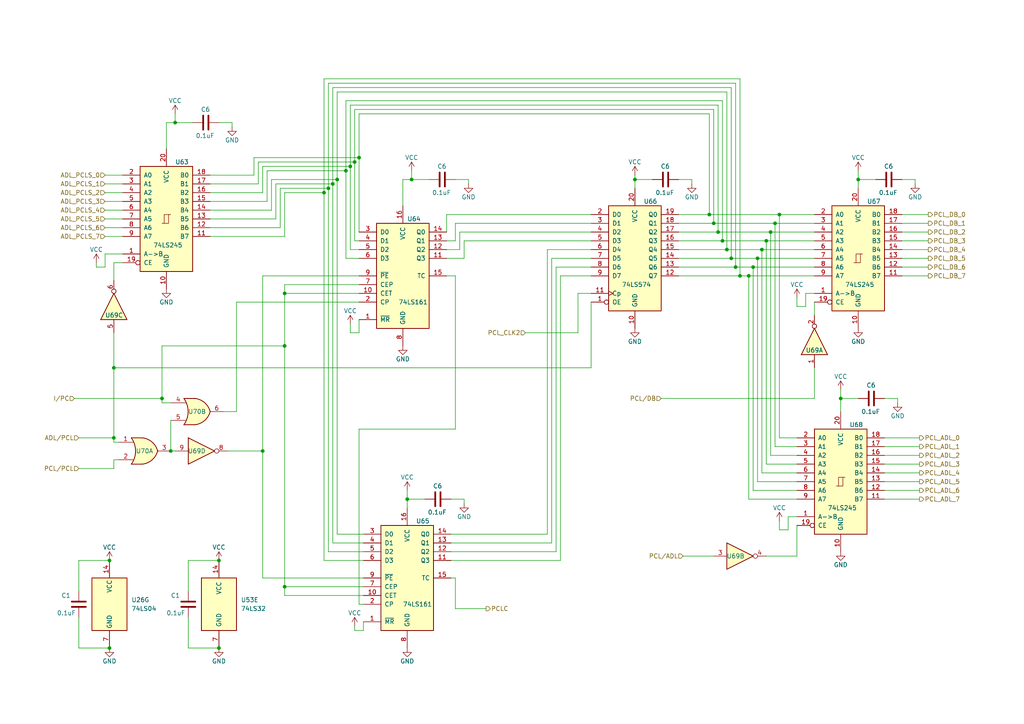
<source format=kicad_sch>
(kicad_sch (version 20230121) (generator eeschema)
  (paper "A4")
  (title_block (title "Program Counter Low (PCL & PCLS)") (date "2023-07-18") (rev "1"))
  (lib_symbols
    (symbol "74xx:74LS04"
      (property "Reference" "U" (at 0 1.27 0))
      (property "Value" "74LS04" (at 0 -1.27 0))
      (symbol "74LS04_1_0"
        (polyline (pts (xy -3.81 3.81) (xy -3.81 -3.81) (xy 3.81 0) (xy -3.81 3.81)) (stroke (width 0.254)) (fill (type background)))
        (pin input line (at -7.62 0 0) (length 3.81) (name "~") (number "1"))
        (pin output inverted (at 7.62 0 180) (length 3.81) (name "~") (number "2"))
      )
      (symbol "74LS04_2_0"
        (polyline (pts (xy -3.81 3.81) (xy -3.81 -3.81) (xy 3.81 0) (xy -3.81 3.81)) (stroke (width 0.254)) (fill (type background)))
        (pin input line (at -7.62 0 0) (length 3.81) (name "~") (number "3"))
        (pin output inverted (at 7.62 0 180) (length 3.81) (name "~") (number "4"))
      )
      (symbol "74LS04_3_0"
        (polyline (pts (xy -3.81 3.81) (xy -3.81 -3.81) (xy 3.81 0) (xy -3.81 3.81)) (stroke (width 0.254)) (fill (type background)))
        (pin input line (at -7.62 0 0) (length 3.81) (name "~") (number "5"))
        (pin output inverted (at 7.62 0 180) (length 3.81) (name "~") (number "6"))
      )
      (symbol "74LS04_4_0"
        (polyline (pts (xy -3.81 3.81) (xy -3.81 -3.81) (xy 3.81 0) (xy -3.81 3.81)) (stroke (width 0.254)) (fill (type background)))
        (pin output inverted (at 7.62 0 180) (length 3.81) (name "~") (number "8"))
        (pin input line (at -7.62 0 0) (length 3.81) (name "~") (number "9"))
      )
      (symbol "74LS04_5_0"
        (polyline (pts (xy -3.81 3.81) (xy -3.81 -3.81) (xy 3.81 0) (xy -3.81 3.81)) (stroke (width 0.254)) (fill (type background)))
        (pin output inverted (at 7.62 0 180) (length 3.81) (name "~") (number "10"))
        (pin input line (at -7.62 0 0) (length 3.81) (name "~") (number "11"))
      )
      (symbol "74LS04_6_0"
        (polyline (pts (xy -3.81 3.81) (xy -3.81 -3.81) (xy 3.81 0) (xy -3.81 3.81)) (stroke (width 0.254)) (fill (type background)))
        (pin output inverted (at 7.62 0 180) (length 3.81) (name "~") (number "12"))
        (pin input line (at -7.62 0 0) (length 3.81) (name "~") (number "13"))
      )
      (symbol "74LS04_7_0"
        (pin power_in line (at 0 12.7 270) (length 5.08) (name "VCC") (number "14"))
        (pin power_in line (at 0 -12.7 90) (length 5.08) (name "GND") (number "7"))
      )
      (symbol "74LS04_7_1"
        (rectangle (start -5.08 7.62) (end 5.08 -7.62) (stroke (width 0.254)) (fill (type background)))
      )
    )
    (symbol "74xx:74LS161" (pin_names (offset 1.016))
      (property "Reference" "U" (at -7.62 16.51 0))
      (property "Value" "74LS161" (at -7.62 -16.51 0))
      (symbol "74LS161_1_0"
        (pin input line (at -12.7 -12.7 0) (length 5.08) (name "~{MR}") (number "1"))
        (pin input line (at -12.7 -5.08 0) (length 5.08) (name "CET") (number "10"))
        (pin output line (at 12.7 5.08 180) (length 5.08) (name "Q3") (number "11"))
        (pin output line (at 12.7 7.62 180) (length 5.08) (name "Q2") (number "12"))
        (pin output line (at 12.7 10.16 180) (length 5.08) (name "Q1") (number "13"))
        (pin output line (at 12.7 12.7 180) (length 5.08) (name "Q0") (number "14"))
        (pin output line (at 12.7 0 180) (length 5.08) (name "TC") (number "15"))
        (pin power_in line (at 0 20.32 270) (length 5.08) (name "VCC") (number "16"))
        (pin input line (at -12.7 -7.62 0) (length 5.08) (name "CP") (number "2"))
        (pin input line (at -12.7 12.7 0) (length 5.08) (name "D0") (number "3"))
        (pin input line (at -12.7 10.16 0) (length 5.08) (name "D1") (number "4"))
        (pin input line (at -12.7 7.62 0) (length 5.08) (name "D2") (number "5"))
        (pin input line (at -12.7 5.08 0) (length 5.08) (name "D3") (number "6"))
        (pin input line (at -12.7 -2.54 0) (length 5.08) (name "CEP") (number "7"))
        (pin power_in line (at 0 -20.32 90) (length 5.08) (name "GND") (number "8"))
        (pin input line (at -12.7 0 0) (length 5.08) (name "~{PE}") (number "9"))
      )
      (symbol "74LS161_1_1"
        (rectangle (start -7.62 15.24) (end 7.62 -15.24) (stroke (width 0.254)) (fill (type background)))
      )
    )
    (symbol "74xx:74LS245" (pin_names (offset 1.016))
      (property "Reference" "U" (at -7.62 16.51 0))
      (property "Value" "74LS245" (at -7.62 -16.51 0))
      (symbol "74LS245_1_0"
        (polyline (pts (xy -0.635 -1.27) (xy -0.635 1.27) (xy 0.635 1.27)))
        (polyline (pts (xy -1.27 -1.27) (xy 0.635 -1.27) (xy 0.635 1.27) (xy 1.27 1.27)))
        (pin input line (at -12.7 -10.16 0) (length 5.08) (name "A->B") (number "1"))
        (pin power_in line (at 0 -20.32 90) (length 5.08) (name "GND") (number "10"))
        (pin tri_state line (at 12.7 -5.08 180) (length 5.08) (name "B7") (number "11"))
        (pin tri_state line (at 12.7 -2.54 180) (length 5.08) (name "B6") (number "12"))
        (pin tri_state line (at 12.7 0 180) (length 5.08) (name "B5") (number "13"))
        (pin tri_state line (at 12.7 2.54 180) (length 5.08) (name "B4") (number "14"))
        (pin tri_state line (at 12.7 5.08 180) (length 5.08) (name "B3") (number "15"))
        (pin tri_state line (at 12.7 7.62 180) (length 5.08) (name "B2") (number "16"))
        (pin tri_state line (at 12.7 10.16 180) (length 5.08) (name "B1") (number "17"))
        (pin tri_state line (at 12.7 12.7 180) (length 5.08) (name "B0") (number "18"))
        (pin input inverted (at -12.7 -12.7 0) (length 5.08) (name "CE") (number "19"))
        (pin tri_state line (at -12.7 12.7 0) (length 5.08) (name "A0") (number "2"))
        (pin power_in line (at 0 20.32 270) (length 5.08) (name "VCC") (number "20"))
        (pin tri_state line (at -12.7 10.16 0) (length 5.08) (name "A1") (number "3"))
        (pin tri_state line (at -12.7 7.62 0) (length 5.08) (name "A2") (number "4"))
        (pin tri_state line (at -12.7 5.08 0) (length 5.08) (name "A3") (number "5"))
        (pin tri_state line (at -12.7 2.54 0) (length 5.08) (name "A4") (number "6"))
        (pin tri_state line (at -12.7 0 0) (length 5.08) (name "A5") (number "7"))
        (pin tri_state line (at -12.7 -2.54 0) (length 5.08) (name "A6") (number "8"))
        (pin tri_state line (at -12.7 -5.08 0) (length 5.08) (name "A7") (number "9"))
      )
      (symbol "74LS245_1_1"
        (rectangle (start -7.62 15.24) (end 7.62 -15.24) (stroke (width 0.254)) (fill (type background)))
      )
    )
    (symbol "74xx:74LS32" (pin_names (offset 1.016))
      (property "Reference" "U" (at 0 1.27 0))
      (property "Value" "74LS32" (at 0 -1.27 0))
      (symbol "74LS32_1_1"
        (arc (start -3.81 -3.81) (mid -2.589 0) (end -3.81 3.81) (stroke (width 0.254)))
        (arc (start -0.6096 -3.81) (mid 2.1842 -2.5851) (end 3.81 0) (stroke (width 0.254)) (fill (type background)))
        (polyline (pts (xy -3.81 -3.81) (xy -0.635 -3.81)) (stroke (width 0.254)) (fill (type background)))
        (polyline (pts (xy -3.81 3.81) (xy -0.635 3.81)) (stroke (width 0.254)) (fill (type background)))
        (polyline (pts (xy -0.635 3.81) (xy -3.81 3.81) (xy -3.81 3.81) (xy -3.556 3.4036) (xy -3.0226 2.2606) (xy -2.6924 1.0414) (xy -2.6162 -0.254) (xy -2.7686 -1.4986) (xy -3.175 -2.7178) (xy -3.81 -3.81) (xy -3.81 -3.81) (xy -0.635 -3.81)) (stroke (width -25.4)) (fill (type background)))
        (arc (start 3.81 0) (mid 2.1915 2.5936) (end -0.6096 3.81) (stroke (width 0.254)) (fill (type background)))
        (pin input line (at -7.62 2.54 0) (length 4.318) (name "~") (number "1"))
        (pin input line (at -7.62 -2.54 0) (length 4.318) (name "~") (number "2"))
        (pin output line (at 7.62 0 180) (length 3.81) (name "~") (number "3"))
      )
      (symbol "74LS32_1_2"
        (arc (start 0 -3.81) (mid 3.7934 0) (end 0 3.81) (stroke (width 0.254)) (fill (type background)))
        (polyline (pts (xy 0 3.81) (xy -3.81 3.81) (xy -3.81 -3.81) (xy 0 -3.81)) (stroke (width 0.254)) (fill (type background)))
        (pin input inverted (at -7.62 2.54 0) (length 3.81) (name "~") (number "1"))
        (pin input inverted (at -7.62 -2.54 0) (length 3.81) (name "~") (number "2"))
        (pin output inverted (at 7.62 0 180) (length 3.81) (name "~") (number "3"))
      )
      (symbol "74LS32_2_1"
        (arc (start -3.81 -3.81) (mid -2.589 0) (end -3.81 3.81) (stroke (width 0.254)))
        (arc (start -0.6096 -3.81) (mid 2.1842 -2.5851) (end 3.81 0) (stroke (width 0.254)) (fill (type background)))
        (polyline (pts (xy -3.81 -3.81) (xy -0.635 -3.81)) (stroke (width 0.254)) (fill (type background)))
        (polyline (pts (xy -3.81 3.81) (xy -0.635 3.81)) (stroke (width 0.254)) (fill (type background)))
        (polyline (pts (xy -0.635 3.81) (xy -3.81 3.81) (xy -3.81 3.81) (xy -3.556 3.4036) (xy -3.0226 2.2606) (xy -2.6924 1.0414) (xy -2.6162 -0.254) (xy -2.7686 -1.4986) (xy -3.175 -2.7178) (xy -3.81 -3.81) (xy -3.81 -3.81) (xy -0.635 -3.81)) (stroke (width -25.4)) (fill (type background)))
        (arc (start 3.81 0) (mid 2.1915 2.5936) (end -0.6096 3.81) (stroke (width 0.254)) (fill (type background)))
        (pin input line (at -7.62 2.54 0) (length 4.318) (name "~") (number "4"))
        (pin input line (at -7.62 -2.54 0) (length 4.318) (name "~") (number "5"))
        (pin output line (at 7.62 0 180) (length 3.81) (name "~") (number "6"))
      )
      (symbol "74LS32_2_2"
        (arc (start 0 -3.81) (mid 3.7934 0) (end 0 3.81) (stroke (width 0.254)) (fill (type background)))
        (polyline (pts (xy 0 3.81) (xy -3.81 3.81) (xy -3.81 -3.81) (xy 0 -3.81)) (stroke (width 0.254)) (fill (type background)))
        (pin input inverted (at -7.62 2.54 0) (length 3.81) (name "~") (number "4"))
        (pin input inverted (at -7.62 -2.54 0) (length 3.81) (name "~") (number "5"))
        (pin output inverted (at 7.62 0 180) (length 3.81) (name "~") (number "6"))
      )
      (symbol "74LS32_3_1"
        (arc (start -3.81 -3.81) (mid -2.589 0) (end -3.81 3.81) (stroke (width 0.254)))
        (arc (start -0.6096 -3.81) (mid 2.1842 -2.5851) (end 3.81 0) (stroke (width 0.254)) (fill (type background)))
        (polyline (pts (xy -3.81 -3.81) (xy -0.635 -3.81)) (stroke (width 0.254)) (fill (type background)))
        (polyline (pts (xy -3.81 3.81) (xy -0.635 3.81)) (stroke (width 0.254)) (fill (type background)))
        (polyline (pts (xy -0.635 3.81) (xy -3.81 3.81) (xy -3.81 3.81) (xy -3.556 3.4036) (xy -3.0226 2.2606) (xy -2.6924 1.0414) (xy -2.6162 -0.254) (xy -2.7686 -1.4986) (xy -3.175 -2.7178) (xy -3.81 -3.81) (xy -3.81 -3.81) (xy -0.635 -3.81)) (stroke (width -25.4)) (fill (type background)))
        (arc (start 3.81 0) (mid 2.1915 2.5936) (end -0.6096 3.81) (stroke (width 0.254)) (fill (type background)))
        (pin input line (at -7.62 -2.54 0) (length 4.318) (name "~") (number "10"))
        (pin output line (at 7.62 0 180) (length 3.81) (name "~") (number "8"))
        (pin input line (at -7.62 2.54 0) (length 4.318) (name "~") (number "9"))
      )
      (symbol "74LS32_3_2"
        (arc (start 0 -3.81) (mid 3.7934 0) (end 0 3.81) (stroke (width 0.254)) (fill (type background)))
        (polyline (pts (xy 0 3.81) (xy -3.81 3.81) (xy -3.81 -3.81) (xy 0 -3.81)) (stroke (width 0.254)) (fill (type background)))
        (pin input inverted (at -7.62 -2.54 0) (length 3.81) (name "~") (number "10"))
        (pin output inverted (at 7.62 0 180) (length 3.81) (name "~") (number "8"))
        (pin input inverted (at -7.62 2.54 0) (length 3.81) (name "~") (number "9"))
      )
      (symbol "74LS32_4_1"
        (arc (start -3.81 -3.81) (mid -2.589 0) (end -3.81 3.81) (stroke (width 0.254)))
        (arc (start -0.6096 -3.81) (mid 2.1842 -2.5851) (end 3.81 0) (stroke (width 0.254)) (fill (type background)))
        (polyline (pts (xy -3.81 -3.81) (xy -0.635 -3.81)) (stroke (width 0.254)) (fill (type background)))
        (polyline (pts (xy -3.81 3.81) (xy -0.635 3.81)) (stroke (width 0.254)) (fill (type background)))
        (polyline (pts (xy -0.635 3.81) (xy -3.81 3.81) (xy -3.81 3.81) (xy -3.556 3.4036) (xy -3.0226 2.2606) (xy -2.6924 1.0414) (xy -2.6162 -0.254) (xy -2.7686 -1.4986) (xy -3.175 -2.7178) (xy -3.81 -3.81) (xy -3.81 -3.81) (xy -0.635 -3.81)) (stroke (width -25.4)) (fill (type background)))
        (arc (start 3.81 0) (mid 2.1915 2.5936) (end -0.6096 3.81) (stroke (width 0.254)) (fill (type background)))
        (pin output line (at 7.62 0 180) (length 3.81) (name "~") (number "11"))
        (pin input line (at -7.62 2.54 0) (length 4.318) (name "~") (number "12"))
        (pin input line (at -7.62 -2.54 0) (length 4.318) (name "~") (number "13"))
      )
      (symbol "74LS32_4_2"
        (arc (start 0 -3.81) (mid 3.7934 0) (end 0 3.81) (stroke (width 0.254)) (fill (type background)))
        (polyline (pts (xy 0 3.81) (xy -3.81 3.81) (xy -3.81 -3.81) (xy 0 -3.81)) (stroke (width 0.254)) (fill (type background)))
        (pin output inverted (at 7.62 0 180) (length 3.81) (name "~") (number "11"))
        (pin input inverted (at -7.62 2.54 0) (length 3.81) (name "~") (number "12"))
        (pin input inverted (at -7.62 -2.54 0) (length 3.81) (name "~") (number "13"))
      )
      (symbol "74LS32_5_0"
        (pin power_in line (at 0 12.7 270) (length 5.08) (name "VCC") (number "14"))
        (pin power_in line (at 0 -12.7 90) (length 5.08) (name "GND") (number "7"))
      )
      (symbol "74LS32_5_1"
        (rectangle (start -5.08 7.62) (end 5.08 -7.62) (stroke (width 0.254)) (fill (type background)))
      )
    )
    (symbol "74xx:74LS574" (pin_names (offset 1.016))
      (property "Reference" "U" (at -7.62 16.51 0))
      (property "Value" "74LS574" (at -7.62 -16.51 0))
      (symbol "74LS574_1_0"
        (pin input inverted (at -12.7 -12.7 0) (length 5.08) (name "OE") (number "1"))
        (pin power_in line (at 0 -20.32 90) (length 5.08) (name "GND") (number "10"))
        (pin input clock (at -12.7 -10.16 0) (length 5.08) (name "Cp") (number "11"))
        (pin tri_state line (at 12.7 -5.08 180) (length 5.08) (name "Q7") (number "12"))
        (pin tri_state line (at 12.7 -2.54 180) (length 5.08) (name "Q6") (number "13"))
        (pin tri_state line (at 12.7 0 180) (length 5.08) (name "Q5") (number "14"))
        (pin tri_state line (at 12.7 2.54 180) (length 5.08) (name "Q4") (number "15"))
        (pin tri_state line (at 12.7 5.08 180) (length 5.08) (name "Q3") (number "16"))
        (pin tri_state line (at 12.7 7.62 180) (length 5.08) (name "Q2") (number "17"))
        (pin tri_state line (at 12.7 10.16 180) (length 5.08) (name "Q1") (number "18"))
        (pin tri_state line (at 12.7 12.7 180) (length 5.08) (name "Q0") (number "19"))
        (pin input line (at -12.7 12.7 0) (length 5.08) (name "D0") (number "2"))
        (pin power_in line (at 0 20.32 270) (length 5.08) (name "VCC") (number "20"))
        (pin input line (at -12.7 10.16 0) (length 5.08) (name "D1") (number "3"))
        (pin input line (at -12.7 7.62 0) (length 5.08) (name "D2") (number "4"))
        (pin input line (at -12.7 5.08 0) (length 5.08) (name "D3") (number "5"))
        (pin input line (at -12.7 2.54 0) (length 5.08) (name "D4") (number "6"))
        (pin input line (at -12.7 0 0) (length 5.08) (name "D5") (number "7"))
        (pin input line (at -12.7 -2.54 0) (length 5.08) (name "D6") (number "8"))
        (pin input line (at -12.7 -5.08 0) (length 5.08) (name "D7") (number "9"))
      )
      (symbol "74LS574_1_1"
        (rectangle (start -7.62 15.24) (end 7.62 -15.24) (stroke (width 0.254)) (fill (type background)))
      )
    )
    (symbol "Device:C" (pin_numbers hide) (pin_names (offset 0.254))
      (property "Reference" "C" (at 0.635 2.54 0))
      (property "Value" "C" (at 0.635 -2.54 0))
      (symbol "C_0_1"
        (polyline (pts (xy -2.032 -0.762) (xy 2.032 -0.762)) (stroke (width 0.508)))
        (polyline (pts (xy -2.032 0.762) (xy 2.032 0.762)) (stroke (width 0.508)))
      )
      (symbol "C_1_1"
        (pin passive line (at 0 3.81 270) (length 2.794) (name "~") (number "1"))
        (pin passive line (at 0 -3.81 90) (length 2.794) (name "~") (number "2"))
      )
    )
    (symbol "power:GND" (power) (pin_names (offset 0))
      (property "Value" "GND" (at 0 -3.81 0))
      (symbol "GND_0_1"
        (polyline (pts (xy 0 0) (xy 0 -1.27) (xy 1.27 -1.27) (xy 0 -2.54) (xy -1.27 -1.27) (xy 0 -1.27)))
      )
      (symbol "GND_1_1"
        (pin power_in line (at 0 0 270) (length 0) hide (name "GND") (number "1"))
      )
    )
    (symbol "power:VCC" (power) (pin_names (offset 0))
      (property "Value" "VCC" (at 0 3.81 0))
      (symbol "VCC_0_1"
        (polyline (pts (xy -0.762 1.27) (xy 0 2.54)))
        (polyline (pts (xy 0 0) (xy 0 2.54)))
        (polyline (pts (xy 0 2.54) (xy 0.762 1.27)))
      )
      (symbol "VCC_1_1"
        (pin power_in line (at 0 0 90) (length 0) hide (name "VCC") (number "1"))
      )
    )
  )
  (junction (at 101.6 48.26))
  (junction (at 82.55 100.33))
  (junction (at 93.98 55.88))
  (junction (at 104.14 45.72))
  (junction (at 207.01 64.77))
  (junction (at 119.38 52.07))
  (junction (at 184.15 52.07))
  (junction (at 95.25 54.61))
  (junction (at 76.2 130.81))
  (junction (at 31.75 187.96))
  (junction (at 205.74 62.23))
  (junction (at 224.79 64.77))
  (junction (at 50.8 35.56))
  (junction (at 63.5 162.56))
  (junction (at 210.82 72.39))
  (junction (at 223.52 67.31))
  (junction (at 82.55 85.09))
  (junction (at 97.79 52.07))
  (junction (at 63.5 187.96))
  (junction (at 118.11 144.78))
  (junction (at 49.53 130.81))
  (junction (at 219.71 74.93))
  (junction (at 243.84 115.57))
  (junction (at 214.63 80.01))
  (junction (at 248.92 52.07))
  (junction (at 82.55 170.18))
  (junction (at 212.09 74.93))
  (junction (at 209.55 69.85))
  (junction (at 33.02 106.68))
  (junction (at 100.33 49.53))
  (junction (at 226.06 62.23))
  (junction (at 96.52 53.34))
  (junction (at 102.87 46.99))
  (junction (at 46.99 115.57))
  (junction (at 208.28 67.31))
  (junction (at 33.02 127))
  (junction (at 31.75 162.56))
  (junction (at 217.17 80.01))
  (junction (at 220.98 72.39))
  (junction (at 222.25 69.85))
  (junction (at 213.36 77.47))
  (junction (at 218.44 77.47))
  (wire (pts (xy 22.86 162.56) (xy 31.75 162.56)))
  (wire (pts (xy 222.25 161.29) (xy 231.14 161.29)))
  (wire (pts (xy 207.01 64.77) (xy 224.79 64.77)))
  (wire (pts (xy 82.55 82.55) (xy 104.14 82.55)))
  (wire (pts (xy 49.53 121.92) (xy 49.53 130.81)))
  (wire (pts (xy 158.75 154.94) (xy 158.75 72.39)))
  (wire (pts (xy 105.41 154.94) (xy 97.79 154.94)))
  (wire (pts (xy 82.55 100.33) (xy 82.55 170.18)))
  (wire (pts (xy 102.87 182.88) (xy 105.41 182.88)))
  (wire (pts (xy 48.26 35.56) (xy 48.26 43.18)))
  (wire (pts (xy 196.85 69.85) (xy 209.55 69.85)))
  (wire (pts (xy 226.06 62.23) (xy 226.06 127)))
  (wire (pts (xy 60.96 55.88) (xy 76.2 55.88)))
  (wire (pts (xy 132.08 124.46) (xy 104.14 124.46)))
  (wire (pts (xy 160.02 74.93) (xy 160.02 157.48)))
  (wire (pts (xy 226.06 62.23) (xy 236.22 62.23)))
  (wire (pts (xy 104.14 74.93) (xy 100.33 74.93)))
  (wire (pts (xy 261.62 52.07) (xy 265.43 52.07)))
  (wire (pts (xy 132.08 52.07) (xy 135.89 52.07)))
  (wire (pts (xy 256.54 134.62) (xy 266.7 134.62)))
  (wire (pts (xy 48.26 35.56) (xy 50.8 35.56)))
  (wire (pts (xy 60.96 68.58) (xy 82.55 68.58)))
  (wire (pts (xy 191.77 115.57) (xy 236.22 115.57)))
  (wire (pts (xy 218.44 77.47) (xy 236.22 77.47)))
  (wire (pts (xy 33.02 127) (xy 33.02 106.68)))
  (wire (pts (xy 22.86 179.07) (xy 22.86 187.96)))
  (wire (pts (xy 261.62 77.47) (xy 269.24 77.47)))
  (wire (pts (xy 256.54 127) (xy 266.7 127)))
  (wire (pts (xy 34.29 128.27) (xy 33.02 128.27)))
  (wire (pts (xy 95.25 24.13) (xy 95.25 54.61)))
  (wire (pts (xy 93.98 162.56) (xy 93.98 55.88)))
  (wire (pts (xy 219.71 74.93) (xy 219.71 139.7)))
  (wire (pts (xy 104.14 124.46) (xy 104.14 175.26)))
  (wire (pts (xy 105.41 167.64) (xy 76.2 167.64)))
  (wire (pts (xy 261.62 72.39) (xy 269.24 72.39)))
  (wire (pts (xy 33.02 76.2) (xy 35.56 76.2)))
  (wire (pts (xy 68.58 87.63) (xy 68.58 119.38)))
  (wire (pts (xy 104.14 96.52) (xy 104.14 92.71)))
  (wire (pts (xy 104.14 72.39) (xy 101.6 72.39)))
  (wire (pts (xy 104.14 69.85) (xy 102.87 69.85)))
  (wire (pts (xy 100.33 29.21) (xy 100.33 49.53)))
  (wire (pts (xy 129.54 80.01) (xy 132.08 80.01)))
  (wire (pts (xy 248.92 52.07) (xy 254 52.07)))
  (wire (pts (xy 260.35 115.57) (xy 260.35 116.84)))
  (wire (pts (xy 119.38 52.07) (xy 124.46 52.07)))
  (wire (pts (xy 49.53 130.81) (xy 50.8 130.81)))
  (wire (pts (xy 198.12 161.29) (xy 207.01 161.29)))
  (wire (pts (xy 261.62 69.85) (xy 269.24 69.85)))
  (wire (pts (xy 160.02 157.48) (xy 130.81 157.48)))
  (wire (pts (xy 78.74 60.96) (xy 78.74 52.07)))
  (wire (pts (xy 217.17 80.01) (xy 217.17 144.78)))
  (wire (pts (xy 50.8 35.56) (xy 55.88 35.56)))
  (wire (pts (xy 210.82 72.39) (xy 220.98 72.39)))
  (wire (pts (xy 220.98 72.39) (xy 220.98 137.16)))
  (wire (pts (xy 22.86 171.45) (xy 22.86 162.56)))
  (wire (pts (xy 231.14 139.7) (xy 219.71 139.7)))
  (wire (pts (xy 60.96 63.5) (xy 80.01 63.5)))
  (wire (pts (xy 82.55 170.18) (xy 105.41 170.18)))
  (wire (pts (xy 105.41 162.56) (xy 93.98 162.56)))
  (wire (pts (xy 231.14 161.29) (xy 231.14 152.4)))
  (wire (pts (xy 196.85 52.07) (xy 200.66 52.07)))
  (wire (pts (xy 54.61 187.96) (xy 63.5 187.96)))
  (wire (pts (xy 30.48 77.47) (xy 30.48 73.66)))
  (wire (pts (xy 212.09 74.93) (xy 219.71 74.93)))
  (wire (pts (xy 102.87 181.61) (xy 102.87 182.88)))
  (wire (pts (xy 233.68 88.9) (xy 233.68 85.09)))
  (wire (pts (xy 54.61 162.56) (xy 63.5 162.56)))
  (wire (pts (xy 231.14 132.08) (xy 223.52 132.08)))
  (wire (pts (xy 129.54 74.93) (xy 134.62 74.93)))
  (wire (pts (xy 81.28 66.04) (xy 81.28 54.61)))
  (wire (pts (xy 196.85 72.39) (xy 210.82 72.39)))
  (wire (pts (xy 184.15 52.07) (xy 184.15 54.61)))
  (wire (pts (xy 162.56 80.01) (xy 162.56 162.56)))
  (wire (pts (xy 129.54 67.31) (xy 129.54 62.23)))
  (wire (pts (xy 161.29 160.02) (xy 161.29 77.47)))
  (wire (pts (xy 101.6 30.48) (xy 208.28 30.48)))
  (wire (pts (xy 261.62 74.93) (xy 269.24 74.93)))
  (wire (pts (xy 223.52 67.31) (xy 223.52 132.08)))
  (wire (pts (xy 226.06 153.67) (xy 228.6 153.67)))
  (wire (pts (xy 134.62 144.78) (xy 134.62 146.05)))
  (wire (pts (xy 196.85 80.01) (xy 214.63 80.01)))
  (wire (pts (xy 256.54 115.57) (xy 260.35 115.57)))
  (wire (pts (xy 101.6 30.48) (xy 101.6 48.26)))
  (wire (pts (xy 256.54 129.54) (xy 266.7 129.54)))
  (wire (pts (xy 132.08 64.77) (xy 171.45 64.77)))
  (wire (pts (xy 33.02 96.52) (xy 33.02 106.68)))
  (wire (pts (xy 102.87 31.75) (xy 207.01 31.75)))
  (wire (pts (xy 78.74 52.07) (xy 97.79 52.07)))
  (wire (pts (xy 231.14 88.9) (xy 233.68 88.9)))
  (wire (pts (xy 158.75 72.39) (xy 171.45 72.39)))
  (wire (pts (xy 82.55 85.09) (xy 82.55 100.33)))
  (wire (pts (xy 222.25 69.85) (xy 222.25 134.62)))
  (wire (pts (xy 132.08 69.85) (xy 132.08 64.77)))
  (wire (pts (xy 231.14 86.36) (xy 231.14 88.9)))
  (wire (pts (xy 171.45 80.01) (xy 162.56 80.01)))
  (wire (pts (xy 213.36 77.47) (xy 218.44 77.47)))
  (wire (pts (xy 33.02 133.35) (xy 34.29 133.35)))
  (wire (pts (xy 231.14 142.24) (xy 218.44 142.24)))
  (wire (pts (xy 135.89 52.07) (xy 135.89 53.34)))
  (wire (pts (xy 248.92 49.53) (xy 248.92 52.07)))
  (wire (pts (xy 93.98 22.86) (xy 214.63 22.86)))
  (wire (pts (xy 208.28 30.48) (xy 208.28 67.31)))
  (wire (pts (xy 207.01 31.75) (xy 207.01 64.77)))
  (wire (pts (xy 231.14 144.78) (xy 217.17 144.78)))
  (wire (pts (xy 118.11 144.78) (xy 123.19 144.78)))
  (wire (pts (xy 231.14 129.54) (xy 224.79 129.54)))
  (wire (pts (xy 97.79 26.67) (xy 210.82 26.67)))
  (wire (pts (xy 22.86 127) (xy 33.02 127)))
  (wire (pts (xy 60.96 66.04) (xy 81.28 66.04)))
  (wire (pts (xy 101.6 96.52) (xy 104.14 96.52)))
  (wire (pts (xy 220.98 72.39) (xy 236.22 72.39)))
  (wire (pts (xy 30.48 50.8) (xy 35.56 50.8)))
  (wire (pts (xy 97.79 154.94) (xy 97.79 52.07)))
  (wire (pts (xy 82.55 172.72) (xy 105.41 172.72)))
  (wire (pts (xy 30.48 73.66) (xy 35.56 73.66)))
  (wire (pts (xy 30.48 66.04) (xy 35.56 66.04)))
  (wire (pts (xy 184.15 52.07) (xy 189.23 52.07)))
  (wire (pts (xy 243.84 113.03) (xy 243.84 115.57)))
  (wire (pts (xy 63.5 35.56) (xy 67.31 35.56)))
  (wire (pts (xy 261.62 62.23) (xy 269.24 62.23)))
  (wire (pts (xy 129.54 69.85) (xy 132.08 69.85)))
  (wire (pts (xy 205.74 62.23) (xy 226.06 62.23)))
  (wire (pts (xy 171.45 74.93) (xy 160.02 74.93)))
  (wire (pts (xy 82.55 68.58) (xy 82.55 55.88)))
  (wire (pts (xy 30.48 55.88) (xy 35.56 55.88)))
  (wire (pts (xy 208.28 67.31) (xy 223.52 67.31)))
  (wire (pts (xy 219.71 74.93) (xy 236.22 74.93)))
  (wire (pts (xy 236.22 87.63) (xy 236.22 91.44)))
  (wire (pts (xy 205.74 33.02) (xy 205.74 62.23)))
  (wire (pts (xy 100.33 29.21) (xy 209.55 29.21)))
  (wire (pts (xy 224.79 64.77) (xy 224.79 129.54)))
  (wire (pts (xy 102.87 46.99) (xy 102.87 69.85)))
  (wire (pts (xy 256.54 132.08) (xy 266.7 132.08)))
  (wire (pts (xy 102.87 31.75) (xy 102.87 46.99)))
  (wire (pts (xy 116.84 52.07) (xy 116.84 59.69)))
  (wire (pts (xy 50.8 33.02) (xy 50.8 35.56)))
  (wire (pts (xy 73.66 45.72) (xy 104.14 45.72)))
  (wire (pts (xy 64.77 119.38) (xy 68.58 119.38)))
  (wire (pts (xy 209.55 29.21) (xy 209.55 69.85)))
  (wire (pts (xy 231.14 134.62) (xy 222.25 134.62)))
  (wire (pts (xy 210.82 26.67) (xy 210.82 72.39)))
  (wire (pts (xy 231.14 127) (xy 226.06 127)))
  (wire (pts (xy 134.62 74.93) (xy 134.62 69.85)))
  (wire (pts (xy 104.14 33.02) (xy 104.14 45.72)))
  (wire (pts (xy 118.11 142.24) (xy 118.11 144.78)))
  (wire (pts (xy 133.35 67.31) (xy 171.45 67.31)))
  (wire (pts (xy 132.08 167.64) (xy 132.08 176.53)))
  (wire (pts (xy 133.35 72.39) (xy 133.35 67.31)))
  (wire (pts (xy 256.54 137.16) (xy 266.7 137.16)))
  (wire (pts (xy 212.09 25.4) (xy 212.09 74.93)))
  (wire (pts (xy 30.48 53.34) (xy 35.56 53.34)))
  (wire (pts (xy 224.79 64.77) (xy 236.22 64.77)))
  (wire (pts (xy 223.52 67.31) (xy 236.22 67.31)))
  (wire (pts (xy 130.81 154.94) (xy 158.75 154.94)))
  (wire (pts (xy 132.08 80.01) (xy 132.08 124.46)))
  (wire (pts (xy 236.22 115.57) (xy 236.22 106.68)))
  (wire (pts (xy 82.55 170.18) (xy 82.55 172.72)))
  (wire (pts (xy 226.06 151.13) (xy 226.06 153.67)))
  (wire (pts (xy 162.56 162.56) (xy 130.81 162.56)))
  (wire (pts (xy 233.68 85.09) (xy 236.22 85.09)))
  (wire (pts (xy 74.93 53.34) (xy 74.93 46.99)))
  (wire (pts (xy 80.01 53.34) (xy 96.52 53.34)))
  (wire (pts (xy 196.85 67.31) (xy 208.28 67.31)))
  (wire (pts (xy 22.86 135.89) (xy 33.02 135.89)))
  (wire (pts (xy 76.2 80.01) (xy 104.14 80.01)))
  (wire (pts (xy 196.85 62.23) (xy 205.74 62.23)))
  (wire (pts (xy 118.11 144.78) (xy 118.11 147.32)))
  (wire (pts (xy 116.84 52.07) (xy 119.38 52.07)))
  (wire (pts (xy 76.2 130.81) (xy 76.2 167.64)))
  (wire (pts (xy 46.99 115.57) (xy 46.99 100.33)))
  (wire (pts (xy 171.45 87.63) (xy 171.45 106.68)))
  (wire (pts (xy 30.48 68.58) (xy 35.56 68.58)))
  (wire (pts (xy 248.92 52.07) (xy 248.92 54.61)))
  (wire (pts (xy 46.99 115.57) (xy 46.99 116.84)))
  (wire (pts (xy 60.96 58.42) (xy 77.47 58.42)))
  (wire (pts (xy 256.54 142.24) (xy 266.7 142.24)))
  (wire (pts (xy 21.59 115.57) (xy 46.99 115.57)))
  (wire (pts (xy 130.81 167.64) (xy 132.08 167.64)))
  (wire (pts (xy 27.94 76.2) (xy 27.94 77.47)))
  (wire (pts (xy 67.31 35.56) (xy 67.31 36.83)))
  (wire (pts (xy 196.85 64.77) (xy 207.01 64.77)))
  (wire (pts (xy 129.54 72.39) (xy 133.35 72.39)))
  (wire (pts (xy 101.6 72.39) (xy 101.6 48.26)))
  (wire (pts (xy 261.62 67.31) (xy 269.24 67.31)))
  (wire (pts (xy 104.14 67.31) (xy 104.14 45.72)))
  (wire (pts (xy 132.08 176.53) (xy 140.97 176.53)))
  (wire (pts (xy 33.02 128.27) (xy 33.02 127)))
  (wire (pts (xy 54.61 179.07) (xy 54.61 187.96)))
  (wire (pts (xy 167.64 85.09) (xy 167.64 96.52)))
  (wire (pts (xy 68.58 87.63) (xy 104.14 87.63)))
  (wire (pts (xy 97.79 52.07) (xy 97.79 26.67)))
  (wire (pts (xy 33.02 135.89) (xy 33.02 133.35)))
  (wire (pts (xy 130.81 144.78) (xy 134.62 144.78)))
  (wire (pts (xy 228.6 149.86) (xy 231.14 149.86)))
  (wire (pts (xy 119.38 49.53) (xy 119.38 52.07)))
  (wire (pts (xy 217.17 80.01) (xy 236.22 80.01)))
  (wire (pts (xy 46.99 116.84) (xy 49.53 116.84)))
  (wire (pts (xy 200.66 52.07) (xy 200.66 53.34)))
  (wire (pts (xy 60.96 60.96) (xy 78.74 60.96)))
  (wire (pts (xy 130.81 160.02) (xy 161.29 160.02)))
  (wire (pts (xy 129.54 62.23) (xy 171.45 62.23)))
  (wire (pts (xy 265.43 52.07) (xy 265.43 53.34)))
  (wire (pts (xy 222.25 69.85) (xy 236.22 69.85)))
  (wire (pts (xy 96.52 25.4) (xy 212.09 25.4)))
  (wire (pts (xy 30.48 63.5) (xy 35.56 63.5)))
  (wire (pts (xy 104.14 175.26) (xy 105.41 175.26)))
  (wire (pts (xy 30.48 58.42) (xy 35.56 58.42)))
  (wire (pts (xy 218.44 77.47) (xy 218.44 142.24)))
  (wire (pts (xy 104.14 33.02) (xy 205.74 33.02)))
  (wire (pts (xy 95.25 160.02) (xy 95.25 54.61)))
  (wire (pts (xy 209.55 69.85) (xy 222.25 69.85)))
  (wire (pts (xy 105.41 182.88) (xy 105.41 180.34)))
  (wire (pts (xy 27.94 77.47) (xy 30.48 77.47)))
  (wire (pts (xy 256.54 139.7) (xy 266.7 139.7)))
  (wire (pts (xy 76.2 55.88) (xy 76.2 48.26)))
  (wire (pts (xy 214.63 22.86) (xy 214.63 80.01)))
  (wire (pts (xy 66.04 130.81) (xy 76.2 130.81)))
  (wire (pts (xy 95.25 24.13) (xy 213.36 24.13)))
  (wire (pts (xy 96.52 25.4) (xy 96.52 53.34)))
  (wire (pts (xy 196.85 77.47) (xy 213.36 77.47)))
  (wire (pts (xy 22.86 187.96) (xy 31.75 187.96)))
  (wire (pts (xy 243.84 115.57) (xy 243.84 119.38)))
  (wire (pts (xy 74.93 46.99) (xy 102.87 46.99)))
  (wire (pts (xy 93.98 22.86) (xy 93.98 55.88)))
  (wire (pts (xy 213.36 24.13) (xy 213.36 77.47)))
  (wire (pts (xy 46.99 100.33) (xy 82.55 100.33)))
  (wire (pts (xy 77.47 49.53) (xy 100.33 49.53)))
  (wire (pts (xy 60.96 53.34) (xy 74.93 53.34)))
  (wire (pts (xy 33.02 81.28) (xy 33.02 76.2)))
  (wire (pts (xy 171.45 85.09) (xy 167.64 85.09)))
  (wire (pts (xy 81.28 54.61) (xy 95.25 54.61)))
  (wire (pts (xy 231.14 137.16) (xy 220.98 137.16)))
  (wire (pts (xy 82.55 85.09) (xy 82.55 82.55)))
  (wire (pts (xy 30.48 60.96) (xy 35.56 60.96)))
  (wire (pts (xy 76.2 48.26) (xy 101.6 48.26)))
  (wire (pts (xy 161.29 77.47) (xy 171.45 77.47)))
  (wire (pts (xy 243.84 115.57) (xy 248.92 115.57)))
  (wire (pts (xy 171.45 106.68) (xy 33.02 106.68)))
  (wire (pts (xy 196.85 74.93) (xy 212.09 74.93)))
  (wire (pts (xy 101.6 93.98) (xy 101.6 96.52)))
  (wire (pts (xy 214.63 80.01) (xy 217.17 80.01)))
  (wire (pts (xy 228.6 153.67) (xy 228.6 149.86)))
  (wire (pts (xy 261.62 64.77) (xy 269.24 64.77)))
  (wire (pts (xy 82.55 85.09) (xy 104.14 85.09)))
  (wire (pts (xy 82.55 55.88) (xy 93.98 55.88)))
  (wire (pts (xy 105.41 160.02) (xy 95.25 160.02)))
  (wire (pts (xy 256.54 144.78) (xy 266.7 144.78)))
  (wire (pts (xy 96.52 157.48) (xy 96.52 53.34)))
  (wire (pts (xy 73.66 50.8) (xy 73.66 45.72)))
  (wire (pts (xy 76.2 80.01) (xy 76.2 130.81)))
  (wire (pts (xy 60.96 50.8) (xy 73.66 50.8)))
  (wire (pts (xy 261.62 80.01) (xy 269.24 80.01)))
  (wire (pts (xy 134.62 69.85) (xy 171.45 69.85)))
  (wire (pts (xy 105.41 157.48) (xy 96.52 157.48)))
  (wire (pts (xy 54.61 171.45) (xy 54.61 162.56)))
  (wire (pts (xy 100.33 74.93) (xy 100.33 49.53)))
  (wire (pts (xy 77.47 58.42) (xy 77.47 49.53)))
  (wire (pts (xy 152.4 96.52) (xy 167.64 96.52)))
  (wire (pts (xy 80.01 63.5) (xy 80.01 53.34)))
  (wire (pts (xy 184.15 50.8) (xy 184.15 52.07)))
  (hierarchical_label "PCL_ADL_2" (shape output) (at 266.7 132.08 0))
  (hierarchical_label "PCL_DB_6" (shape output) (at 269.24 77.47 0))
  (hierarchical_label "PCL_ADL_0" (shape output) (at 266.7 127 0))
  (hierarchical_label "PCL_ADL_7" (shape output) (at 266.7 144.78 0))
  (hierarchical_label "ADL_PCLS_0" (shape input) (at 30.48 50.8 180))
  (hierarchical_label "PCL_ADL_1" (shape output) (at 266.7 129.54 0))
  (hierarchical_label "ADL_PCLS_4" (shape input) (at 30.48 60.96 180))
  (hierarchical_label "ADL{slash}PCL" (shape input) (at 22.86 127 180))
  (hierarchical_label "PCL{slash}PCL" (shape input) (at 22.86 135.89 180))
  (hierarchical_label "ADL_PCLS_1" (shape input) (at 30.48 53.34 180))
  (hierarchical_label "ADL_PCLS_5" (shape input) (at 30.48 63.5 180))
  (hierarchical_label "ADL_PCLS_2" (shape input) (at 30.48 55.88 180))
  (hierarchical_label "ADL_PCLS_6" (shape input) (at 30.48 66.04 180))
  (hierarchical_label "I{slash}PC" (shape input) (at 21.59 115.57 180))
  (hierarchical_label "PCL_DB_2" (shape output) (at 269.24 67.31 0))
  (hierarchical_label "PCL_ADL_6" (shape output) (at 266.7 142.24 0))
  (hierarchical_label "PCLC" (shape output) (at 140.97 176.53 0))
  (hierarchical_label "PCL_ADL_3" (shape output) (at 266.7 134.62 0))
  (hierarchical_label "PCL{slash}DB" (shape input) (at 191.77 115.57 180))
  (hierarchical_label "PCL_DB_3" (shape output) (at 269.24 69.85 0))
  (hierarchical_label "PCL_DB_4" (shape output) (at 269.24 72.39 0))
  (hierarchical_label "PCL_DB_1" (shape output) (at 269.24 64.77 0))
  (hierarchical_label "PCL{slash}ADL" (shape input) (at 198.12 161.29 180))
  (hierarchical_label "ADL_PCLS_3" (shape input) (at 30.48 58.42 180))
  (hierarchical_label "PCL_DB_5" (shape output) (at 269.24 74.93 0))
  (hierarchical_label "PCL_ADL_4" (shape output) (at 266.7 137.16 0))
  (hierarchical_label "PCL_DB_0" (shape output) (at 269.24 62.23 0))
  (hierarchical_label "PCL_DB_7" (shape output) (at 269.24 80.01 0))
  (hierarchical_label "ADL_PCLS_7" (shape input) (at 30.48 68.58 180))
  (hierarchical_label "PCL_CLK2" (shape input) (at 152.4 96.52 180))
  (hierarchical_label "PCL_ADL_5" (shape output) (at 266.7 139.7 0))
  (symbol (lib_id "74xx:74LS04") (at 33.02 88.9 90) (unit 3)
    (property "Reference" "U69" (at 30.48 91.44 90) (effects (justify right)))
    (property "Value" "74LS04" (effects hide))
    (property "Datasheet" "http://www.ti.com/lit/gpn/sn74LS04" (effects hide))
  )
  (symbol (lib_id "power:VCC") (at 119.38 49.53 0) (unit 1)
    (property "Reference" "#PWR016" (effects hide))
    (property "Value" "VCC" (at 119.38 45.72 0))
    (instances (project "8bit_CPU-V0_1" (path "" (reference "#PWR016") (unit 1)) (path "" (reference "#PWR035") (unit 1)) (path "" (reference "#PWR0158") (unit 1)) (path "" (reference "#PWR0191") (unit 1))))
  )
  (symbol (lib_id "power:GND") (at 184.15 95.25 0) (unit 1)
    (property "Reference" "#PWR021" (effects hide))
    (property "Value" "GND" (at 184.15 99.06 0))
    (instances (project "8bit_CPU-V0_1" (path "" (reference "#PWR021") (unit 1)) (path "" (reference "#PWR042") (unit 1)) (path "" (reference "#PWR029") (unit 1)) (path "" (reference "#PWR075") (unit 1)) (path "" (reference "#PWR087") (unit 1)) (path "" (reference "#PWR095") (unit 1)) (path "" (reference "#PWR0109") (unit 1)) (path "" (reference "#PWR0165") (unit 1)) (path "" (reference "#PWR0170") (unit 1))))
  )
  (symbol (lib_id "74xx:74LS245") (at 248.92 74.93 0) (unit 1)
    (property "Reference" "U67" (at 251.46 58.42 0) (effects (justify left)))
    (property "Value" "74LS245" (at 245.11 82.55 0) (effects (justify left)))
    (property "Datasheet" "http://www.ti.com/lit/gpn/sn74LS245" (effects hide))
  )
  (symbol (lib_id "power:GND") (at 31.75 187.96 0) (unit 1)
    (property "Reference" "#PWR05" (effects hide))
    (property "Value" "GND" (at 31.75 191.77 0))
    (instances (project "8bit_CPU-V0_1" (path "" (reference "#PWR05") (unit 1)) (path "" (reference "#PWR029") (unit 1)) (path "" (reference "#PWR057") (unit 1)) (path "" (reference "#PWR0203") (unit 1)) (path "" (reference "#PWR0211") (unit 1))))
  )
  (symbol (lib_id "Device:C") (at 22.86 175.26 0) (unit 1)
    (property "Reference" "C1" (at 17.78 172.72 0) (effects (justify left)))
    (property "Value" "0.1uF" (at 16.51 177.8 0) (effects (justify left)))
    (instances (project "8bit_CPU-V0_1" (path "" (reference "C1") (unit 1)) (path "" (reference "C13") (unit 1)) (path "" (reference "C26") (unit 1)) (path "" (reference "C60") (unit 1)) (path "" (reference "C69") (unit 1))))
  )
  (symbol (lib_id "power:VCC") (at 243.84 113.03 0) (unit 1)
    (property "Reference" "#PWR016" (effects hide))
    (property "Value" "VCC" (at 243.84 109.22 0))
    (instances (project "8bit_CPU-V0_1" (path "" (reference "#PWR016") (unit 1)) (path "" (reference "#PWR035") (unit 1)) (path "" (reference "#PWR0158") (unit 1)) (path "" (reference "#PWR0187") (unit 1))))
  )
  (symbol (lib_id "power:VCC") (at 31.75 162.56 0) (unit 1)
    (property "Reference" "#PWR06" (effects hide))
    (property "Value" "VCC" (at 31.75 158.75 0))
    (instances (project "8bit_CPU-V0_1" (path "" (reference "#PWR06") (unit 1)) (path "" (reference "#PWR028") (unit 1)) (path "" (reference "#PWR056") (unit 1)) (path "" (reference "#PWR0202") (unit 1)) (path "" (reference "#PWR0210") (unit 1))))
  )
  (symbol (lib_id "Device:C") (at 127 144.78 90) (unit 1)
    (property "Reference" "C6" (at 128.27 140.97 90) (effects (justify left)))
    (property "Value" "0.1uF" (at 129.54 148.59 90) (effects (justify left)))
    (instances (project "8bit_CPU-V0_1" (path "" (reference "C6") (unit 1)) (path "" (reference "C12") (unit 1)) (path "" (reference "C56") (unit 1)) (path "" (reference "C65") (unit 1))))
  )
  (symbol (lib_id "74xx:74LS32") (at 41.91 130.81 0) (unit 1)
    (property "Reference" "U70" (at 41.91 130.81 0))
    (property "Value" "74LS32" (effects hide))
    (property "Datasheet" "http://www.ti.com/lit/gpn/sn74LS32" (effects hide))
  )
  (symbol (lib_id "power:VCC") (at 101.6 93.98 0) (unit 1)
    (property "Reference" "#PWR016" (effects hide))
    (property "Value" "VCC" (at 101.6 90.17 0))
    (instances (project "8bit_CPU-V0_1" (path "" (reference "#PWR016") (unit 1)) (path "" (reference "#PWR035") (unit 1)) (path "" (reference "#PWR0158") (unit 1)) (path "" (reference "#PWR0214") (unit 1))))
  )
  (symbol (lib_id "power:GND") (at 260.35 116.84 0) (unit 1)
    (property "Reference" "#PWR017" (effects hide))
    (property "Value" "GND" (at 260.35 120.65 0))
    (instances (project "8bit_CPU-V0_1" (path "" (reference "#PWR017") (unit 1)) (path "" (reference "#PWR038") (unit 1)) (path "" (reference "#PWR0160") (unit 1)) (path "" (reference "#PWR0188") (unit 1))))
  )
  (symbol (lib_id "power:GND") (at 63.5 187.96 0) (unit 1)
    (property "Reference" "#PWR05" (effects hide))
    (property "Value" "GND" (at 63.5 191.77 0))
    (instances (project "8bit_CPU-V0_1" (path "" (reference "#PWR05") (unit 1)) (path "" (reference "#PWR029") (unit 1)) (path "" (reference "#PWR061") (unit 1)) (path "" (reference "#PWR071") (unit 1)) (path "" (reference "#PWR073") (unit 1)) (path "" (reference "#PWR085") (unit 1)) (path "" (reference "#PWR0103") (unit 1)) (path "" (reference "#PWR0133") (unit 1)) (path "" (reference "#PWR0156") (unit 1)) (path "" (reference "#PWR0213") (unit 1))))
  )
  (symbol (lib_id "power:GND") (at 118.11 187.96 0) (unit 1)
    (property "Reference" "#PWR021" (effects hide))
    (property "Value" "GND" (at 118.11 191.77 0))
    (instances (project "8bit_CPU-V0_1" (path "" (reference "#PWR021") (unit 1)) (path "" (reference "#PWR042") (unit 1)) (path "" (reference "#PWR029") (unit 1)) (path "" (reference "#PWR075") (unit 1)) (path "" (reference "#PWR087") (unit 1)) (path "" (reference "#PWR095") (unit 1)) (path "" (reference "#PWR0109") (unit 1)) (path "" (reference "#PWR0165") (unit 1)) (path "" (reference "#PWR0196") (unit 1))))
  )
  (symbol (lib_id "74xx:74LS04") (at 31.75 175.26 0) (unit 7)
    (property "Reference" "U26" (at 38.1 173.99 0) (effects (justify left)))
    (property "Value" "74LS04" (at 38.1 176.53 0) (effects (justify left)))
    (property "Datasheet" "http://www.ti.com/lit/gpn/sn74LS04" (effects hide))
    (instances (project "8bit_CPU-V0_1" (path "" (reference "U26") (unit 7)) (path "" (reference "U60") (unit 7)) (path "" (reference "U69") (unit 7))))
  )
  (symbol (lib_id "power:VCC") (at 184.15 50.8 0) (unit 1)
    (property "Reference" "#PWR016" (effects hide))
    (property "Value" "VCC" (at 184.15 46.99 0))
    (instances (project "8bit_CPU-V0_1" (path "" (reference "#PWR016") (unit 1)) (path "" (reference "#PWR035") (unit 1)) (path "" (reference "#PWR0158") (unit 1)) (path "" (reference "#PWR0194") (unit 1))))
  )
  (symbol (lib_id "74xx:74LS245") (at 48.26 63.5 0) (unit 1)
    (property "Reference" "U63" (at 50.8 46.99 0) (effects (justify left)))
    (property "Value" "74LS245" (at 44.45 71.12 0) (effects (justify left)))
    (property "Datasheet" "http://www.ti.com/lit/gpn/sn74LS245" (effects hide))
  )
  (symbol (lib_id "power:VCC") (at 248.92 49.53 0) (unit 1)
    (property "Reference" "#PWR016" (effects hide))
    (property "Value" "VCC" (at 248.92 45.72 0))
    (instances (project "8bit_CPU-V0_1" (path "" (reference "#PWR016") (unit 1)) (path "" (reference "#PWR035") (unit 1)) (path "" (reference "#PWR0158") (unit 1)) (path "" (reference "#PWR0185") (unit 1))))
  )
  (symbol (lib_id "74xx:74LS245") (at 243.84 139.7 0) (unit 1)
    (property "Reference" "U68" (at 246.38 123.19 0) (effects (justify left)))
    (property "Value" "74LS245" (at 240.03 147.32 0) (effects (justify left)))
    (property "Datasheet" "http://www.ti.com/lit/gpn/sn74LS245" (effects hide))
  )
  (symbol (lib_id "74xx:74LS32") (at 63.5 175.26 0) (unit 5)
    (property "Reference" "U53" (at 69.85 173.99 0) (effects (justify left)))
    (property "Value" "74LS32" (at 69.85 176.53 0) (effects (justify left)))
    (property "Datasheet" "http://www.ti.com/lit/gpn/sn74LS32" (effects hide))
    (instances (project "8bit_CPU-V0_1" (path "" (reference "U53") (unit 5)) (path "" (reference "U70") (unit 5))))
  )
  (symbol (lib_id "Device:C") (at 54.61 175.26 0) (unit 1)
    (property "Reference" "C1" (at 49.53 172.72 0) (effects (justify left)))
    (property "Value" "0.1uF" (at 48.26 177.8 0) (effects (justify left)))
    (instances (project "8bit_CPU-V0_1" (path "" (reference "C1") (unit 1)) (path "" (reference "C13") (unit 1)) (path "" (reference "C20") (unit 1)) (path "" (reference "C23") (unit 1)) (path "" (reference "C25") (unit 1)) (path "" (reference "C30") (unit 1)) (path "" (reference "C36") (unit 1)) (path "" (reference "C48") (unit 1)) (path "" (reference "C53") (unit 1)) (path "" (reference "C70") (unit 1))))
  )
  (symbol (lib_id "power:VCC") (at 231.14 86.36 0) (unit 1)
    (property "Reference" "#PWR016" (effects hide))
    (property "Value" "VCC" (at 231.14 82.55 0))
    (instances (project "8bit_CPU-V0_1" (path "" (reference "#PWR016") (unit 1)) (path "" (reference "#PWR043") (unit 1)) (path "" (reference "#PWR064") (unit 1)) (path "" (reference "#PWR076") (unit 1)) (path "" (reference "#PWR088") (unit 1)) (path "" (reference "#PWR096") (unit 1)) (path "" (reference "#PWR0112") (unit 1)) (path "" (reference "#PWR0171") (unit 1))))
  )
  (symbol (lib_id "74xx:74LS04") (at 214.63 161.29 0) (unit 2)
    (property "Reference" "U69" (at 213.36 161.29 0))
    (property "Value" "74LS04" (effects hide))
    (property "Datasheet" "http://www.ti.com/lit/gpn/sn74LS04" (effects hide))
  )
  (symbol (lib_id "power:GND") (at 248.92 95.25 0) (unit 1)
    (property "Reference" "#PWR021" (effects hide))
    (property "Value" "GND" (at 248.92 99.06 0))
    (instances (project "8bit_CPU-V0_1" (path "" (reference "#PWR021") (unit 1)) (path "" (reference "#PWR042") (unit 1)) (path "" (reference "#PWR029") (unit 1)) (path "" (reference "#PWR075") (unit 1)) (path "" (reference "#PWR087") (unit 1)) (path "" (reference "#PWR095") (unit 1)) (path "" (reference "#PWR0109") (unit 1)) (path "" (reference "#PWR0165") (unit 1)) (path "" (reference "#PWR0197") (unit 1))))
  )
  (symbol (lib_id "74xx:74LS04") (at 58.42 130.81 0) (unit 4)
    (property "Reference" "U69" (at 59.69 130.81 0) (effects (justify right)))
    (property "Value" "74LS04" (effects hide))
    (property "Datasheet" "http://www.ti.com/lit/gpn/sn74LS04" (effects hide))
  )
  (symbol (lib_id "power:VCC") (at 27.94 76.2 0) (unit 1)
    (property "Reference" "#PWR016" (effects hide))
    (property "Value" "VCC" (at 27.94 72.39 0))
    (instances (project "8bit_CPU-V0_1" (path "" (reference "#PWR016") (unit 1)) (path "" (reference "#PWR043") (unit 1)) (path "" (reference "#PWR064") (unit 1)) (path "" (reference "#PWR076") (unit 1)) (path "" (reference "#PWR088") (unit 1)) (path "" (reference "#PWR096") (unit 1)) (path "" (reference "#PWR0112") (unit 1)) (path "" (reference "#PWR0173") (unit 1))))
  )
  (symbol (lib_id "power:VCC") (at 226.06 151.13 0) (unit 1)
    (property "Reference" "#PWR016" (effects hide))
    (property "Value" "VCC" (at 226.06 147.32 0))
    (instances (project "8bit_CPU-V0_1" (path "" (reference "#PWR016") (unit 1)) (path "" (reference "#PWR043") (unit 1)) (path "" (reference "#PWR064") (unit 1)) (path "" (reference "#PWR076") (unit 1)) (path "" (reference "#PWR088") (unit 1)) (path "" (reference "#PWR096") (unit 1)) (path "" (reference "#PWR0112") (unit 1)) (path "" (reference "#PWR0172") (unit 1))))
  )
  (symbol (lib_id "74xx:74LS161") (at 116.84 80.01 0) (unit 1)
    (property "Reference" "U64" (at 118.11 63.5 0) (effects (justify left)))
    (property "Value" "74LS161" (at 115.57 87.63 0) (effects (justify left)))
    (property "Datasheet" "http://www.ti.com/lit/gpn/sn74LS161" (effects hide))
  )
  (symbol (lib_id "74xx:74LS04") (at 236.22 99.06 90) (unit 1)
    (property "Reference" "U69" (at 233.68 101.6 90) (effects (justify right)))
    (property "Value" "74LS04" (effects hide))
    (property "Datasheet" "http://www.ti.com/lit/gpn/sn74LS04" (effects hide))
  )
  (symbol (lib_id "power:GND") (at 116.84 100.33 0) (unit 1)
    (property "Reference" "#PWR021" (effects hide))
    (property "Value" "GND" (at 116.84 104.14 0))
    (instances (project "8bit_CPU-V0_1" (path "" (reference "#PWR021") (unit 1)) (path "" (reference "#PWR042") (unit 1)) (path "" (reference "#PWR029") (unit 1)) (path "" (reference "#PWR075") (unit 1)) (path "" (reference "#PWR087") (unit 1)) (path "" (reference "#PWR095") (unit 1)) (path "" (reference "#PWR0109") (unit 1)) (path "" (reference "#PWR0165") (unit 1)) (path "" (reference "#PWR0195") (unit 1))))
  )
  (symbol (lib_id "power:VCC") (at 50.8 33.02 0) (unit 1)
    (property "Reference" "#PWR016" (effects hide))
    (property "Value" "VCC" (at 50.8 29.21 0))
    (instances (project "8bit_CPU-V0_1" (path "" (reference "#PWR016") (unit 1)) (path "" (reference "#PWR035") (unit 1)) (path "" (reference "#PWR0158") (unit 1)) (path "" (reference "#PWR0200") (unit 1))))
  )
  (symbol (lib_id "power:GND") (at 243.84 160.02 0) (unit 1)
    (property "Reference" "#PWR021" (effects hide))
    (property "Value" "GND" (at 243.84 163.83 0))
    (instances (project "8bit_CPU-V0_1" (path "" (reference "#PWR021") (unit 1)) (path "" (reference "#PWR042") (unit 1)) (path "" (reference "#PWR029") (unit 1)) (path "" (reference "#PWR075") (unit 1)) (path "" (reference "#PWR087") (unit 1)) (path "" (reference "#PWR095") (unit 1)) (path "" (reference "#PWR0109") (unit 1)) (path "" (reference "#PWR0165") (unit 1)) (path "" (reference "#PWR0198") (unit 1))))
  )
  (symbol (lib_id "74xx:74LS161") (at 118.11 167.64 0) (unit 1)
    (property "Reference" "U65" (at 120.65 151.13 0) (effects (justify left)))
    (property "Value" "74LS161" (at 116.84 175.26 0) (effects (justify left)))
    (property "Datasheet" "http://www.ti.com/lit/gpn/sn74LS161" (effects hide))
  )
  (symbol (lib_id "Device:C") (at 59.69 35.56 90) (unit 1)
    (property "Reference" "C6" (at 60.96 31.75 90) (effects (justify left)))
    (property "Value" "0.1uF" (at 62.23 39.37 90) (effects (justify left)))
    (instances (project "8bit_CPU-V0_1" (path "" (reference "C6") (unit 1)) (path "" (reference "C12") (unit 1)) (path "" (reference "C56") (unit 1)) (path "" (reference "C63") (unit 1))))
  )
  (symbol (lib_id "power:GND") (at 48.26 83.82 0) (unit 1)
    (property "Reference" "#PWR021" (effects hide))
    (property "Value" "GND" (at 48.26 87.63 0))
    (instances (project "8bit_CPU-V0_1" (path "" (reference "#PWR021") (unit 1)) (path "" (reference "#PWR042") (unit 1)) (path "" (reference "#PWR029") (unit 1)) (path "" (reference "#PWR075") (unit 1)) (path "" (reference "#PWR087") (unit 1)) (path "" (reference "#PWR095") (unit 1)) (path "" (reference "#PWR0109") (unit 1)) (path "" (reference "#PWR0165") (unit 1)) (path "" (reference "#PWR0199") (unit 1))))
  )
  (symbol (lib_id "power:GND") (at 134.62 146.05 0) (unit 1)
    (property "Reference" "#PWR017" (effects hide))
    (property "Value" "GND" (at 134.62 149.86 0))
    (instances (project "8bit_CPU-V0_1" (path "" (reference "#PWR017") (unit 1)) (path "" (reference "#PWR038") (unit 1)) (path "" (reference "#PWR0160") (unit 1)) (path "" (reference "#PWR0190") (unit 1))))
  )
  (symbol (lib_id "power:GND") (at 67.31 36.83 0) (unit 1)
    (property "Reference" "#PWR017" (effects hide))
    (property "Value" "GND" (at 67.31 40.64 0))
    (instances (project "8bit_CPU-V0_1" (path "" (reference "#PWR017") (unit 1)) (path "" (reference "#PWR038") (unit 1)) (path "" (reference "#PWR0160") (unit 1)) (path "" (reference "#PWR0201") (unit 1))))
  )
  (symbol (lib_id "power:VCC") (at 63.5 162.56 0) (unit 1)
    (property "Reference" "#PWR06" (effects hide))
    (property "Value" "VCC" (at 63.5 158.75 0))
    (instances (project "8bit_CPU-V0_1" (path "" (reference "#PWR06") (unit 1)) (path "" (reference "#PWR028") (unit 1)) (path "" (reference "#PWR060") (unit 1)) (path "" (reference "#PWR070") (unit 1)) (path "" (reference "#PWR072") (unit 1)) (path "" (reference "#PWR084") (unit 1)) (path "" (reference "#PWR0102") (unit 1)) (path "" (reference "#PWR0132") (unit 1)) (path "" (reference "#PWR0155") (unit 1)) (path "" (reference "#PWR0212") (unit 1))))
  )
  (symbol (lib_id "Device:C") (at 193.04 52.07 90) (unit 1)
    (property "Reference" "C6" (at 194.31 48.26 90) (effects (justify left)))
    (property "Value" "0.1uF" (at 195.58 55.88 90) (effects (justify left)))
    (instances (project "8bit_CPU-V0_1" (path "" (reference "C6") (unit 1)) (path "" (reference "C12") (unit 1)) (path "" (reference "C56") (unit 1)) (path "" (reference "C46") (unit 1))))
  )
  (symbol (lib_id "Device:C") (at 128.27 52.07 90) (unit 1)
    (property "Reference" "C6" (at 129.54 48.26 90) (effects (justify left)))
    (property "Value" "0.1uF" (at 130.81 55.88 90) (effects (justify left)))
    (instances (project "8bit_CPU-V0_1" (path "" (reference "C6") (unit 1)) (path "" (reference "C12") (unit 1)) (path "" (reference "C56") (unit 1)) (path "" (reference "C64") (unit 1))))
  )
  (symbol (lib_id "74xx:74LS574") (at 184.15 74.93 0) (unit 1)
    (property "Reference" "U66" (at 186.69 58.42 0) (effects (justify left)))
    (property "Value" "74LS574" (at 180.34 82.55 0) (effects (justify left)))
    (property "Datasheet" "http://www.ti.com/lit/gpn/sn74LS574" (effects hide))
  )
  (symbol (lib_id "power:VCC") (at 118.11 142.24 0) (unit 1)
    (property "Reference" "#PWR016" (effects hide))
    (property "Value" "VCC" (at 118.11 138.43 0))
    (instances (project "8bit_CPU-V0_1" (path "" (reference "#PWR016") (unit 1)) (path "" (reference "#PWR035") (unit 1)) (path "" (reference "#PWR0158") (unit 1)) (path "" (reference "#PWR0189") (unit 1))))
  )
  (symbol (lib_id "Device:C") (at 257.81 52.07 90) (unit 1)
    (property "Reference" "C6" (at 259.08 48.26 90) (effects (justify left)))
    (property "Value" "0.1uF" (at 260.35 55.88 90) (effects (justify left)))
    (instances (project "8bit_CPU-V0_1" (path "" (reference "C6") (unit 1)) (path "" (reference "C12") (unit 1)) (path "" (reference "C56") (unit 1)) (path "" (reference "C67") (unit 1))))
  )
  (symbol (lib_id "power:VCC") (at 102.87 181.61 0) (unit 1)
    (property "Reference" "#PWR016" (effects hide))
    (property "Value" "VCC" (at 102.87 177.8 0))
    (instances (project "8bit_CPU-V0_1" (path "" (reference "#PWR016") (unit 1)) (path "" (reference "#PWR035") (unit 1)) (path "" (reference "#PWR0158") (unit 1)) (path "" (reference "#PWR0215") (unit 1))))
  )
  (symbol (lib_id "Device:C") (at 252.73 115.57 90) (unit 1)
    (property "Reference" "C6" (at 254 111.76 90) (effects (justify left)))
    (property "Value" "0.1uF" (at 255.27 119.38 90) (effects (justify left)))
    (instances (project "8bit_CPU-V0_1" (path "" (reference "C6") (unit 1)) (path "" (reference "C12") (unit 1)) (path "" (reference "C56") (unit 1)) (path "" (reference "C68") (unit 1))))
  )
  (symbol (lib_id "74xx:74LS32") (at 57.15 119.38 0) (unit 2)
    (property "Reference" "U70" (at 57.15 119.38 0))
    (property "Value" "74LS32" (effects hide))
    (property "Datasheet" "http://www.ti.com/lit/gpn/sn74LS32" (effects hide))
  )
  (symbol (lib_id "power:GND") (at 200.66 53.34 0) (unit 1)
    (property "Reference" "#PWR017" (effects hide))
    (property "Value" "GND" (at 200.66 57.15 0))
    (instances (project "8bit_CPU-V0_1" (path "" (reference "#PWR017") (unit 1)) (path "" (reference "#PWR038") (unit 1)) (path "" (reference "#PWR0160") (unit 1)) (path "" (reference "#PWR0193") (unit 1))))
  )
  (symbol (lib_id "power:GND") (at 135.89 53.34 0) (unit 1)
    (property "Reference" "#PWR017" (effects hide))
    (property "Value" "GND" (at 135.89 57.15 0))
    (instances (project "8bit_CPU-V0_1" (path "" (reference "#PWR017") (unit 1)) (path "" (reference "#PWR038") (unit 1)) (path "" (reference "#PWR0160") (unit 1)) (path "" (reference "#PWR0192") (unit 1))))
  )
  (symbol (lib_id "power:GND") (at 265.43 53.34 0) (unit 1)
    (property "Reference" "#PWR017" (effects hide))
    (property "Value" "GND" (at 265.43 57.15 0))
    (instances (project "8bit_CPU-V0_1" (path "" (reference "#PWR017") (unit 1)) (path "" (reference "#PWR038") (unit 1)) (path "" (reference "#PWR0160") (unit 1)) (path "" (reference "#PWR0186") (unit 1))))
  )
)
</source>
